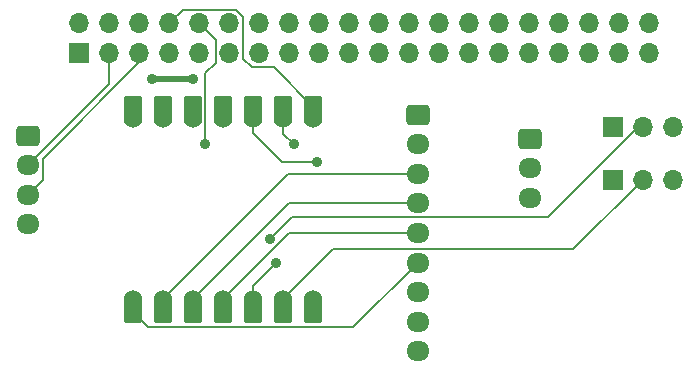
<source format=gtl>
G04 #@! TF.GenerationSoftware,KiCad,Pcbnew,8.0.7*
G04 #@! TF.CreationDate,2024-12-27T16:52:24+10:00*
G04 #@! TF.ProjectId,Input Board,496e7075-7420-4426-9f61-72642e6b6963,rev?*
G04 #@! TF.SameCoordinates,Original*
G04 #@! TF.FileFunction,Copper,L1,Top*
G04 #@! TF.FilePolarity,Positive*
%FSLAX46Y46*%
G04 Gerber Fmt 4.6, Leading zero omitted, Abs format (unit mm)*
G04 Created by KiCad (PCBNEW 8.0.7) date 2024-12-27 16:52:24*
%MOMM*%
%LPD*%
G01*
G04 APERTURE LIST*
G04 Aperture macros list*
%AMRoundRect*
0 Rectangle with rounded corners*
0 $1 Rounding radius*
0 $2 $3 $4 $5 $6 $7 $8 $9 X,Y pos of 4 corners*
0 Add a 4 corners polygon primitive as box body*
4,1,4,$2,$3,$4,$5,$6,$7,$8,$9,$2,$3,0*
0 Add four circle primitives for the rounded corners*
1,1,$1+$1,$2,$3*
1,1,$1+$1,$4,$5*
1,1,$1+$1,$6,$7*
1,1,$1+$1,$8,$9*
0 Add four rect primitives between the rounded corners*
20,1,$1+$1,$2,$3,$4,$5,0*
20,1,$1+$1,$4,$5,$6,$7,0*
20,1,$1+$1,$6,$7,$8,$9,0*
20,1,$1+$1,$8,$9,$2,$3,0*%
G04 Aperture macros list end*
G04 #@! TA.AperFunction,SMDPad,CuDef*
%ADD10RoundRect,0.152400X0.609600X-1.063600X0.609600X1.063600X-0.609600X1.063600X-0.609600X-1.063600X0*%
G04 #@! TD*
G04 #@! TA.AperFunction,ComponentPad*
%ADD11C,1.524000*%
G04 #@! TD*
G04 #@! TA.AperFunction,SMDPad,CuDef*
%ADD12RoundRect,0.152400X-0.609600X1.063600X-0.609600X-1.063600X0.609600X-1.063600X0.609600X1.063600X0*%
G04 #@! TD*
G04 #@! TA.AperFunction,ComponentPad*
%ADD13O,1.950000X1.700000*%
G04 #@! TD*
G04 #@! TA.AperFunction,ComponentPad*
%ADD14RoundRect,0.250000X-0.725000X0.600000X-0.725000X-0.600000X0.725000X-0.600000X0.725000X0.600000X0*%
G04 #@! TD*
G04 #@! TA.AperFunction,ComponentPad*
%ADD15R,1.700000X1.700000*%
G04 #@! TD*
G04 #@! TA.AperFunction,ComponentPad*
%ADD16O,1.700000X1.700000*%
G04 #@! TD*
G04 #@! TA.AperFunction,ViaPad*
%ADD17C,0.900000*%
G04 #@! TD*
G04 #@! TA.AperFunction,Conductor*
%ADD18C,0.200000*%
G04 #@! TD*
G04 #@! TA.AperFunction,Conductor*
%ADD19C,0.500000*%
G04 #@! TD*
G04 APERTURE END LIST*
D10*
X112880000Y-53545000D03*
D11*
X112880000Y-54380000D03*
D10*
X115420000Y-53545000D03*
D11*
X115420000Y-54380000D03*
D10*
X117960000Y-53545000D03*
D11*
X117960000Y-54380000D03*
D10*
X120500000Y-53545000D03*
D11*
X120500000Y-54380000D03*
D10*
X123040000Y-53545000D03*
D11*
X123040000Y-54380000D03*
D10*
X125580000Y-53545000D03*
D11*
X125580000Y-54380000D03*
D10*
X128120000Y-53545000D03*
D11*
X128120000Y-54380000D03*
X128120000Y-69620000D03*
D12*
X128120000Y-70455000D03*
D11*
X125580000Y-69620000D03*
D12*
X125580000Y-70455000D03*
D11*
X123040000Y-69620000D03*
D12*
X123040000Y-70455000D03*
D11*
X120500000Y-69620000D03*
D12*
X120500000Y-70455000D03*
D11*
X117960000Y-69620000D03*
D12*
X117960000Y-70455000D03*
D11*
X115420000Y-69620000D03*
D12*
X115420000Y-70455000D03*
D11*
X112880000Y-69620000D03*
D12*
X112880000Y-70455000D03*
D13*
X137000000Y-74000000D03*
X137000000Y-71500000D03*
X137000000Y-69000000D03*
X137000000Y-66500000D03*
X137000000Y-64000000D03*
X137000000Y-61500000D03*
X137000000Y-59000000D03*
X137000000Y-56500000D03*
D14*
X137000000Y-54000000D03*
X104025000Y-55750000D03*
D13*
X104025000Y-58250000D03*
X104025000Y-60750000D03*
X104025000Y-63250000D03*
X146500000Y-61000000D03*
X146500000Y-58500000D03*
D14*
X146500000Y-56000000D03*
D15*
X153500000Y-59500000D03*
D16*
X156040000Y-59500000D03*
X158580000Y-59500000D03*
D15*
X153500000Y-55000000D03*
D16*
X156040000Y-55000000D03*
X158580000Y-55000000D03*
X156630000Y-46230000D03*
X156630000Y-48770000D03*
X154090000Y-46230000D03*
X154090000Y-48770000D03*
X151550000Y-46230000D03*
X151550000Y-48770000D03*
X149010000Y-46230000D03*
X149010000Y-48770000D03*
X146470000Y-46230000D03*
X146470000Y-48770000D03*
X143930000Y-46230000D03*
X143930000Y-48770000D03*
X141390000Y-46230000D03*
X141390000Y-48770000D03*
X138850000Y-46230000D03*
X138850000Y-48770000D03*
X136310000Y-46230000D03*
X136310000Y-48770000D03*
X133770000Y-46230000D03*
X133770000Y-48770000D03*
X131230000Y-46230000D03*
X131230000Y-48770000D03*
X128690000Y-46230000D03*
X128690000Y-48770000D03*
X126150000Y-46230000D03*
X126150000Y-48770000D03*
X123610000Y-46230000D03*
X123610000Y-48770000D03*
X121070000Y-46230000D03*
X121070000Y-48770000D03*
X118530000Y-46230000D03*
X118530000Y-48770000D03*
X115990000Y-46230000D03*
X115990000Y-48770000D03*
X113450000Y-46230000D03*
X113450000Y-48770000D03*
X110910000Y-46230000D03*
X110910000Y-48770000D03*
X108370000Y-46230000D03*
D15*
X108370000Y-48770000D03*
D17*
X124500000Y-64500000D03*
X125000000Y-66500000D03*
X119000000Y-56500000D03*
X128500000Y-58000000D03*
X126500000Y-56500000D03*
X118000000Y-51000000D03*
X114500000Y-51000000D03*
D18*
X150190000Y-65350000D02*
X156040000Y-59500000D01*
X129850000Y-65350000D02*
X150190000Y-65350000D01*
X125580000Y-69620000D02*
X129850000Y-65350000D01*
X148000000Y-62650000D02*
X155650000Y-55000000D01*
X126350000Y-62650000D02*
X148000000Y-62650000D01*
X155650000Y-55000000D02*
X156040000Y-55000000D01*
X124500000Y-64500000D02*
X126350000Y-62650000D01*
X123040000Y-68460000D02*
X125000000Y-66500000D01*
X123040000Y-69620000D02*
X123040000Y-68460000D01*
X137000000Y-64000000D02*
X126120000Y-64000000D01*
X126120000Y-64000000D02*
X120500000Y-69620000D01*
X117140000Y-45080000D02*
X115990000Y-46230000D01*
X122953654Y-49980000D02*
X122220000Y-49246346D01*
X124797630Y-49980000D02*
X122953654Y-49980000D01*
X122220000Y-49246346D02*
X122220000Y-45720000D01*
X122220000Y-45720000D02*
X121580000Y-45080000D01*
X121580000Y-45080000D02*
X117140000Y-45080000D01*
X128120000Y-54380000D02*
X128120000Y-53302370D01*
X128120000Y-53302370D02*
X124797630Y-49980000D01*
X119920000Y-49580000D02*
X119920000Y-47620000D01*
X119022000Y-50478000D02*
X119920000Y-49580000D01*
X119920000Y-47620000D02*
X118530000Y-46230000D01*
X119000000Y-56500000D02*
X119022000Y-56478000D01*
X119022000Y-56478000D02*
X119022000Y-50478000D01*
X125500000Y-58000000D02*
X128500000Y-58000000D01*
X124000000Y-56500000D02*
X125500000Y-58000000D01*
X123040000Y-55540000D02*
X124000000Y-56500000D01*
X123040000Y-54380000D02*
X123040000Y-55540000D01*
X125580000Y-55580000D02*
X126500000Y-56500000D01*
X125580000Y-54380000D02*
X125580000Y-55580000D01*
X126040000Y-59000000D02*
X137000000Y-59000000D01*
X115420000Y-69620000D02*
X126040000Y-59000000D01*
X126080000Y-61500000D02*
X137000000Y-61500000D01*
X117960000Y-69620000D02*
X126080000Y-61500000D01*
X137000000Y-68340000D02*
X137000000Y-69000000D01*
X120500000Y-54380000D02*
X120500000Y-53302370D01*
X113450000Y-49550000D02*
X113450000Y-48770000D01*
X105300000Y-59475000D02*
X105300000Y-57700000D01*
X105300000Y-57700000D02*
X113450000Y-49550000D01*
X104025000Y-60750000D02*
X105300000Y-59475000D01*
X104025000Y-58250000D02*
X110910000Y-51365000D01*
X110910000Y-51365000D02*
X110910000Y-48770000D01*
D19*
X114500000Y-51000000D02*
X118000000Y-51000000D01*
D18*
X114153370Y-71971000D02*
X112880000Y-70697630D01*
X114153370Y-71971000D02*
X131529000Y-71971000D01*
X131529000Y-71971000D02*
X137000000Y-66500000D01*
X112880000Y-70697630D02*
X112880000Y-69620000D01*
M02*

</source>
